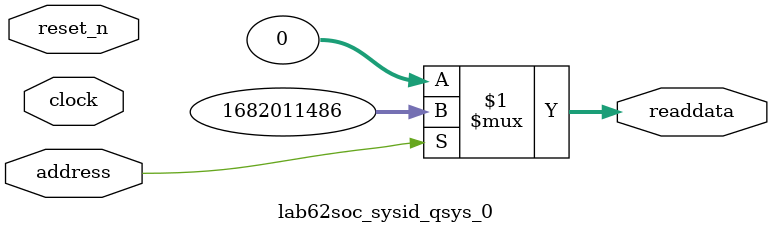
<source format=v>



// synthesis translate_off
`timescale 1ns / 1ps
// synthesis translate_on

// turn off superfluous verilog processor warnings 
// altera message_level Level1 
// altera message_off 10034 10035 10036 10037 10230 10240 10030 

module lab62soc_sysid_qsys_0 (
               // inputs:
                address,
                clock,
                reset_n,

               // outputs:
                readdata
             )
;

  output  [ 31: 0] readdata;
  input            address;
  input            clock;
  input            reset_n;

  wire    [ 31: 0] readdata;
  //control_slave, which is an e_avalon_slave
  assign readdata = address ? 1682011486 : 0;

endmodule



</source>
